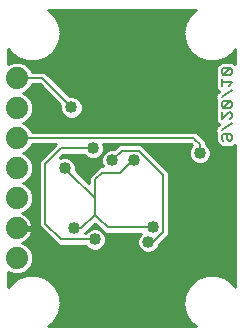
<source format=gbl>
G75*
G70*
%OFA0B0*%
%FSLAX24Y24*%
%IPPOS*%
%LPD*%
%AMOC8*
5,1,8,0,0,1.08239X$1,22.5*
%
%ADD10C,0.0060*%
%ADD11C,0.0740*%
%ADD12C,0.0100*%
%ADD13C,0.0400*%
%ADD14C,0.0080*%
D10*
X017224Y022407D02*
X017167Y022464D01*
X017167Y022577D01*
X017224Y022634D01*
X017450Y022634D01*
X017507Y022577D01*
X017507Y022464D01*
X017450Y022407D01*
X017394Y022407D01*
X017337Y022464D01*
X017337Y022634D01*
X017167Y022775D02*
X017507Y023002D01*
X017450Y023143D02*
X017507Y023200D01*
X017507Y023314D01*
X017450Y023370D01*
X017394Y023370D01*
X017167Y023143D01*
X017167Y023370D01*
X017224Y023512D02*
X017167Y023568D01*
X017167Y023682D01*
X017224Y023739D01*
X017450Y023739D01*
X017224Y023512D01*
X017450Y023512D01*
X017507Y023568D01*
X017507Y023682D01*
X017450Y023739D01*
X017167Y023880D02*
X017507Y024107D01*
X017394Y024248D02*
X017507Y024362D01*
X017167Y024362D01*
X017167Y024475D02*
X017167Y024248D01*
X017224Y024617D02*
X017167Y024673D01*
X017167Y024787D01*
X017224Y024844D01*
X017450Y024844D01*
X017224Y024617D01*
X017450Y024617D01*
X017507Y024673D01*
X017507Y024787D01*
X017450Y024844D01*
D11*
X010337Y024505D03*
X010337Y023505D03*
X010337Y022505D03*
X010337Y021505D03*
X010337Y020505D03*
X010337Y019505D03*
X010337Y018505D03*
D12*
X011568Y016391D02*
X011370Y016225D01*
X016304Y016225D01*
X016106Y016391D01*
X015940Y016679D01*
X015940Y016679D01*
X015882Y017005D01*
X015882Y017005D01*
X015940Y017331D01*
X015940Y017331D01*
X016106Y017619D01*
X016106Y017619D01*
X016360Y017832D01*
X016671Y017945D01*
X016671Y017945D01*
X016750Y017945D01*
X016815Y017945D01*
X016837Y017945D01*
X016924Y017945D01*
X017003Y017945D01*
X017314Y017832D01*
X017314Y017832D01*
X017568Y017619D01*
X017617Y017534D01*
X017617Y022290D01*
X017590Y022264D01*
X017590Y022264D01*
X017533Y022207D01*
X017533Y022207D01*
X017533Y022207D01*
X017451Y022207D01*
X017395Y022207D01*
X017311Y022207D01*
X017311Y022207D01*
X017311Y022207D01*
X017309Y022209D01*
X017306Y022207D01*
X017141Y022207D01*
X017084Y022264D01*
X016967Y022381D01*
X016967Y022576D01*
X016967Y022660D01*
X016967Y022660D01*
X016989Y022682D01*
X016954Y022733D01*
X016987Y022896D01*
X017074Y022954D01*
X016967Y023061D01*
X016967Y023226D01*
X016967Y023453D01*
X016983Y023469D01*
X016967Y023486D01*
X016967Y023651D01*
X016967Y023683D01*
X016967Y023765D01*
X016967Y023765D01*
X016967Y023765D01*
X016989Y023787D01*
X016954Y023838D01*
X016987Y024001D01*
X017074Y024058D01*
X016967Y024166D01*
X016967Y024558D01*
X016983Y024574D01*
X016967Y024591D01*
X016967Y024756D01*
X016967Y024788D01*
X016967Y024870D01*
X016967Y024870D01*
X017024Y024926D01*
X017024Y024926D01*
X017082Y024985D01*
X017141Y025043D01*
X017141Y025043D01*
X017141Y025044D01*
X017223Y025044D01*
X017306Y025044D01*
X017306Y025044D01*
X017368Y025044D01*
X017533Y025044D01*
X017590Y024987D01*
X017590Y024987D01*
X017617Y024960D01*
X017617Y025476D01*
X017568Y025392D01*
X017568Y025391D01*
X017568Y025391D01*
X017314Y025178D01*
X017003Y025065D01*
X017003Y025065D01*
X016837Y025065D01*
X016750Y025065D01*
X016671Y025065D01*
X016360Y025178D01*
X016360Y025178D01*
X016106Y025391D01*
X015940Y025679D01*
X015940Y025679D01*
X015882Y026005D01*
X015882Y026005D01*
X015940Y026331D01*
X015940Y026331D01*
X016106Y026619D01*
X016106Y026619D01*
X016304Y026785D01*
X011370Y026785D01*
X011568Y026619D01*
X011734Y026331D01*
X011734Y026331D01*
X011791Y026005D01*
X011791Y026005D01*
X011734Y025679D01*
X011734Y025679D01*
X011568Y025392D01*
X011568Y025391D01*
X011568Y025391D01*
X011314Y025178D01*
X011003Y025065D01*
X011003Y025065D01*
X010837Y025065D01*
X010750Y025065D01*
X010671Y025065D01*
X010360Y025178D01*
X010360Y025178D01*
X010106Y025391D01*
X010057Y025476D01*
X010057Y024973D01*
X010229Y025045D01*
X010444Y025045D01*
X010643Y024963D01*
X010795Y024811D01*
X010834Y024715D01*
X011100Y024715D01*
X011274Y024715D01*
X012094Y023895D01*
X012230Y023895D01*
X012366Y023839D01*
X012470Y023735D01*
X012527Y023599D01*
X012527Y023451D01*
X012470Y023315D01*
X012366Y023211D01*
X012230Y023155D01*
X012083Y023155D01*
X011947Y023211D01*
X011843Y023315D01*
X011787Y023451D01*
X011787Y023599D01*
X011790Y023605D01*
X011100Y024295D01*
X010834Y024295D01*
X010795Y024199D01*
X010643Y024047D01*
X010541Y024005D01*
X010643Y023963D01*
X010795Y023811D01*
X010877Y023612D01*
X010877Y023398D01*
X010795Y023199D01*
X010643Y023047D01*
X010541Y023005D01*
X010643Y022963D01*
X010795Y022811D01*
X010834Y022715D01*
X016150Y022715D01*
X016324Y022715D01*
X016497Y022542D01*
X016647Y022392D01*
X016647Y022318D01*
X016750Y022215D01*
X016807Y022079D01*
X016807Y021931D01*
X016750Y021795D01*
X016646Y021691D01*
X016510Y021635D01*
X016363Y021635D01*
X016227Y021691D01*
X016123Y021795D01*
X016067Y021931D01*
X016067Y022079D01*
X016123Y022215D01*
X016177Y022268D01*
X016150Y022295D01*
X013223Y022295D01*
X013247Y022239D01*
X013247Y022091D01*
X013190Y021955D01*
X013086Y021851D01*
X012950Y021795D01*
X012803Y021795D01*
X012667Y021851D01*
X012564Y021955D01*
X011884Y021955D01*
X011824Y021895D01*
X011762Y021833D01*
X011863Y021875D01*
X012010Y021875D01*
X012146Y021819D01*
X012250Y021715D01*
X012307Y021579D01*
X012307Y021432D01*
X012727Y021012D01*
X012727Y021192D01*
X012850Y021315D01*
X012870Y021335D01*
X012870Y021335D01*
X012977Y021442D01*
X012977Y021442D01*
X013100Y021565D01*
X013199Y021565D01*
X013147Y021691D01*
X013147Y021839D01*
X013203Y021975D01*
X013307Y022079D01*
X013443Y022135D01*
X013590Y022135D01*
X013750Y022295D01*
X013924Y022295D01*
X014484Y022295D01*
X014607Y022172D01*
X015407Y021372D01*
X015407Y021198D01*
X015407Y019278D01*
X015284Y019155D01*
X015077Y018949D01*
X015030Y018835D01*
X014926Y018731D01*
X014790Y018675D01*
X014643Y018675D01*
X014507Y018731D01*
X014403Y018835D01*
X014347Y018971D01*
X014347Y019119D01*
X014403Y019255D01*
X014464Y019315D01*
X013454Y019315D01*
X013280Y019315D01*
X012937Y019658D01*
X012697Y019418D01*
X012614Y019335D01*
X012624Y019335D01*
X012727Y019439D01*
X012863Y019495D01*
X013010Y019495D01*
X013146Y019439D01*
X013250Y019335D01*
X013307Y019199D01*
X013307Y019051D01*
X013250Y018915D01*
X013146Y018811D01*
X013010Y018755D01*
X012863Y018755D01*
X012727Y018811D01*
X012624Y018915D01*
X011904Y018915D01*
X011730Y018915D01*
X011200Y019445D01*
X011077Y019568D01*
X011077Y021568D01*
X011077Y021742D01*
X011527Y022192D01*
X011630Y022295D01*
X010834Y022295D01*
X010795Y022199D01*
X010643Y022047D01*
X010541Y022005D01*
X010643Y021963D01*
X010795Y021811D01*
X010877Y021612D01*
X010877Y021398D01*
X010795Y021199D01*
X010643Y021047D01*
X010541Y021005D01*
X010643Y020963D01*
X010795Y020811D01*
X010877Y020612D01*
X010877Y020398D01*
X010795Y020199D01*
X010643Y020047D01*
X010515Y019994D01*
X010631Y019946D01*
X010778Y019800D01*
X010857Y019608D01*
X010857Y019555D01*
X010387Y019555D01*
X010387Y019455D01*
X010857Y019455D01*
X010857Y019402D01*
X010778Y019210D01*
X010631Y019064D01*
X010515Y019016D01*
X010643Y018963D01*
X010795Y018811D01*
X010877Y018612D01*
X010877Y018398D01*
X010795Y018199D01*
X010643Y018047D01*
X010444Y017965D01*
X010229Y017965D01*
X010057Y018037D01*
X010057Y017534D01*
X010106Y017619D01*
X010106Y017619D01*
X010360Y017832D01*
X010671Y017945D01*
X010671Y017945D01*
X010750Y017945D01*
X010809Y017945D01*
X010837Y017945D01*
X010924Y017945D01*
X011003Y017945D01*
X011314Y017832D01*
X011314Y017832D01*
X011568Y017619D01*
X011734Y017331D01*
X011734Y017331D01*
X011791Y017005D01*
X011791Y017005D01*
X011734Y016679D01*
X011734Y016679D01*
X011568Y016392D01*
X011568Y016391D01*
X011568Y016391D01*
X011572Y016399D02*
X016101Y016399D01*
X016044Y016498D02*
X011629Y016498D01*
X011686Y016596D02*
X015987Y016596D01*
X015937Y016695D02*
X011737Y016695D01*
X011754Y016793D02*
X015920Y016793D01*
X015902Y016892D02*
X011771Y016892D01*
X011789Y016990D02*
X015885Y016990D01*
X015897Y017089D02*
X011776Y017089D01*
X011759Y017188D02*
X015915Y017188D01*
X015932Y017286D02*
X011742Y017286D01*
X011703Y017385D02*
X015971Y017385D01*
X016028Y017483D02*
X011646Y017483D01*
X011589Y017582D02*
X016084Y017582D01*
X016106Y017619D02*
X016106Y017619D01*
X016179Y017680D02*
X011494Y017680D01*
X011377Y017779D02*
X016297Y017779D01*
X016485Y017877D02*
X011188Y017877D01*
X010768Y018173D02*
X017617Y018173D01*
X017617Y018074D02*
X010670Y018074D01*
X010470Y017976D02*
X017617Y017976D01*
X017617Y017877D02*
X017188Y017877D01*
X017377Y017779D02*
X017617Y017779D01*
X017617Y017680D02*
X017494Y017680D01*
X017589Y017582D02*
X017617Y017582D01*
X017617Y018272D02*
X010825Y018272D01*
X010865Y018370D02*
X017617Y018370D01*
X017617Y018469D02*
X010877Y018469D01*
X010877Y018567D02*
X017617Y018567D01*
X017617Y018666D02*
X010855Y018666D01*
X010814Y018764D02*
X012841Y018764D01*
X013033Y018764D02*
X014474Y018764D01*
X014392Y018863D02*
X013198Y018863D01*
X013269Y018961D02*
X014351Y018961D01*
X014347Y019060D02*
X013307Y019060D01*
X013307Y019158D02*
X014363Y019158D01*
X014406Y019257D02*
X013283Y019257D01*
X013239Y019356D02*
X013230Y019356D01*
X013141Y019454D02*
X013109Y019454D01*
X013042Y019553D02*
X012831Y019553D01*
X012764Y019454D02*
X012733Y019454D01*
X012644Y019356D02*
X012634Y019356D01*
X012930Y019651D02*
X012944Y019651D01*
X012676Y018863D02*
X010743Y018863D01*
X010644Y018961D02*
X011684Y018961D01*
X011585Y019060D02*
X010621Y019060D01*
X010726Y019158D02*
X011486Y019158D01*
X011388Y019257D02*
X010797Y019257D01*
X010838Y019356D02*
X011289Y019356D01*
X011191Y019454D02*
X010857Y019454D01*
X010839Y019651D02*
X011077Y019651D01*
X011077Y019750D02*
X010798Y019750D01*
X010729Y019848D02*
X011077Y019848D01*
X011077Y019947D02*
X010629Y019947D01*
X010638Y020045D02*
X011077Y020045D01*
X011077Y020144D02*
X010739Y020144D01*
X010813Y020242D02*
X011077Y020242D01*
X011077Y020341D02*
X010853Y020341D01*
X010877Y020439D02*
X011077Y020439D01*
X011077Y020538D02*
X010877Y020538D01*
X010867Y020637D02*
X011077Y020637D01*
X011077Y020735D02*
X010826Y020735D01*
X010772Y020834D02*
X011077Y020834D01*
X011077Y020932D02*
X010673Y020932D01*
X010603Y021031D02*
X011077Y021031D01*
X011077Y021129D02*
X010725Y021129D01*
X010806Y021228D02*
X011077Y021228D01*
X011077Y021326D02*
X010847Y021326D01*
X010877Y021425D02*
X011077Y021425D01*
X011077Y021523D02*
X010877Y021523D01*
X010873Y021622D02*
X011077Y021622D01*
X011077Y021721D02*
X010832Y021721D01*
X010786Y021819D02*
X011154Y021819D01*
X011252Y021918D02*
X010688Y021918D01*
X010568Y022016D02*
X011351Y022016D01*
X011450Y022115D02*
X010710Y022115D01*
X010800Y022213D02*
X011548Y022213D01*
X011846Y021918D02*
X012601Y021918D01*
X012745Y021819D02*
X012145Y021819D01*
X012245Y021721D02*
X013147Y021721D01*
X013147Y021819D02*
X013008Y021819D01*
X013153Y021918D02*
X013180Y021918D01*
X013216Y022016D02*
X013245Y022016D01*
X013247Y022115D02*
X013394Y022115D01*
X013247Y022213D02*
X013668Y022213D01*
X013176Y021622D02*
X012289Y021622D01*
X012307Y021523D02*
X013058Y021523D01*
X012960Y021425D02*
X012314Y021425D01*
X012412Y021326D02*
X012861Y021326D01*
X012763Y021228D02*
X012511Y021228D01*
X012610Y021129D02*
X012727Y021129D01*
X012727Y021031D02*
X012708Y021031D01*
X014566Y022213D02*
X016123Y022213D01*
X016082Y022115D02*
X014664Y022115D01*
X014763Y022016D02*
X016067Y022016D01*
X016073Y021918D02*
X014861Y021918D01*
X014960Y021819D02*
X016113Y021819D01*
X016198Y021721D02*
X015058Y021721D01*
X015157Y021622D02*
X017617Y021622D01*
X017617Y021721D02*
X016676Y021721D01*
X016760Y021819D02*
X017617Y021819D01*
X017617Y021918D02*
X016801Y021918D01*
X016807Y022016D02*
X017617Y022016D01*
X017617Y022115D02*
X016792Y022115D01*
X016751Y022213D02*
X017134Y022213D01*
X017036Y022312D02*
X016653Y022312D01*
X016628Y022410D02*
X016967Y022410D01*
X016967Y022509D02*
X016530Y022509D01*
X016431Y022607D02*
X016967Y022607D01*
X016967Y022660D02*
X016967Y022660D01*
X016973Y022706D02*
X016333Y022706D01*
X016969Y022805D02*
X010797Y022805D01*
X010702Y022903D02*
X016998Y022903D01*
X017026Y023002D02*
X010549Y023002D01*
X010696Y023100D02*
X016967Y023100D01*
X016967Y023199D02*
X012336Y023199D01*
X012452Y023297D02*
X016967Y023297D01*
X016967Y023396D02*
X012504Y023396D01*
X012527Y023494D02*
X016967Y023494D01*
X016967Y023593D02*
X012527Y023593D01*
X012488Y023691D02*
X016967Y023691D01*
X016987Y023790D02*
X012415Y023790D01*
X012246Y023889D02*
X016965Y023889D01*
X016984Y023987D02*
X012002Y023987D01*
X011903Y024086D02*
X017047Y024086D01*
X016967Y024184D02*
X011805Y024184D01*
X011706Y024283D02*
X016967Y024283D01*
X016967Y024381D02*
X011608Y024381D01*
X011509Y024480D02*
X016967Y024480D01*
X016979Y024578D02*
X011411Y024578D01*
X011312Y024677D02*
X016967Y024677D01*
X016967Y024775D02*
X010809Y024775D01*
X010732Y024874D02*
X016971Y024874D01*
X016967Y024870D02*
X016967Y024870D01*
X017070Y024972D02*
X010619Y024972D01*
X010655Y025071D02*
X010057Y025071D01*
X010057Y025170D02*
X010384Y025170D01*
X010253Y025268D02*
X010057Y025268D01*
X010057Y025367D02*
X010135Y025367D01*
X010063Y025465D02*
X010057Y025465D01*
X011019Y025071D02*
X016655Y025071D01*
X016384Y025170D02*
X011290Y025170D01*
X011421Y025268D02*
X016253Y025268D01*
X016135Y025367D02*
X011538Y025367D01*
X011611Y025465D02*
X016063Y025465D01*
X016006Y025564D02*
X011667Y025564D01*
X011724Y025662D02*
X015949Y025662D01*
X015925Y025761D02*
X011748Y025761D01*
X011766Y025859D02*
X015908Y025859D01*
X015891Y025958D02*
X011783Y025958D01*
X011782Y026056D02*
X015891Y026056D01*
X015909Y026155D02*
X011765Y026155D01*
X011747Y026254D02*
X015926Y026254D01*
X015952Y026352D02*
X011722Y026352D01*
X011665Y026451D02*
X016009Y026451D01*
X016066Y026549D02*
X011608Y026549D01*
X011533Y026648D02*
X016141Y026648D01*
X016106Y026619D02*
X016106Y026619D01*
X016258Y026746D02*
X011416Y026746D01*
X011112Y024283D02*
X010829Y024283D01*
X010780Y024184D02*
X011211Y024184D01*
X011309Y024086D02*
X010681Y024086D01*
X010584Y023987D02*
X011408Y023987D01*
X011506Y023889D02*
X010717Y023889D01*
X010803Y023790D02*
X011605Y023790D01*
X011703Y023691D02*
X010844Y023691D01*
X010877Y023593D02*
X011787Y023593D01*
X011787Y023494D02*
X010877Y023494D01*
X010876Y023396D02*
X011810Y023396D01*
X011861Y023297D02*
X010835Y023297D01*
X010794Y023199D02*
X011978Y023199D01*
X015255Y021523D02*
X017617Y021523D01*
X017617Y021425D02*
X015354Y021425D01*
X015407Y021326D02*
X017617Y021326D01*
X017617Y021228D02*
X015407Y021228D01*
X015407Y021129D02*
X017617Y021129D01*
X017617Y021031D02*
X015407Y021031D01*
X015407Y020932D02*
X017617Y020932D01*
X017617Y020834D02*
X015407Y020834D01*
X015407Y020735D02*
X017617Y020735D01*
X017617Y020637D02*
X015407Y020637D01*
X015407Y020538D02*
X017617Y020538D01*
X017617Y020439D02*
X015407Y020439D01*
X015407Y020341D02*
X017617Y020341D01*
X017617Y020242D02*
X015407Y020242D01*
X015407Y020144D02*
X017617Y020144D01*
X017617Y020045D02*
X015407Y020045D01*
X015407Y019947D02*
X017617Y019947D01*
X017617Y019848D02*
X015407Y019848D01*
X015407Y019750D02*
X017617Y019750D01*
X017617Y019651D02*
X015407Y019651D01*
X015407Y019553D02*
X017617Y019553D01*
X017617Y019454D02*
X015407Y019454D01*
X015407Y019356D02*
X017617Y019356D01*
X017617Y019257D02*
X015386Y019257D01*
X015287Y019158D02*
X017617Y019158D01*
X017617Y019060D02*
X015189Y019060D01*
X015090Y018961D02*
X017617Y018961D01*
X017617Y018863D02*
X015042Y018863D01*
X014959Y018764D02*
X017617Y018764D01*
X016214Y016301D02*
X011460Y016301D01*
X010084Y017582D02*
X010057Y017582D01*
X010106Y017619D02*
X010106Y017619D01*
X010057Y017680D02*
X010179Y017680D01*
X010297Y017779D02*
X010057Y017779D01*
X010057Y017877D02*
X010485Y017877D01*
X010203Y017976D02*
X010057Y017976D01*
X010387Y019553D02*
X011092Y019553D01*
X017540Y022213D02*
X017617Y022213D01*
X017604Y024972D02*
X017617Y024972D01*
X017617Y025071D02*
X017019Y025071D01*
X017290Y025170D02*
X017617Y025170D01*
X017617Y025268D02*
X017421Y025268D01*
X017538Y025367D02*
X017617Y025367D01*
X017610Y025465D02*
X017617Y025465D01*
D13*
X015437Y024355D03*
X012157Y023525D03*
X011487Y023005D03*
X012877Y022165D03*
X012837Y021555D03*
X013517Y021765D03*
X014237Y021765D03*
X016437Y022005D03*
X016987Y020505D03*
X014877Y019525D03*
X014717Y019045D03*
X012937Y019125D03*
X012237Y019505D03*
X011387Y018705D03*
X012937Y016505D03*
X011937Y021505D03*
D14*
X012087Y021355D01*
X012937Y020505D01*
X012937Y021105D01*
X012957Y021125D01*
X013187Y021355D01*
X013787Y021355D01*
X014187Y021755D01*
X014197Y021765D01*
X014237Y021765D01*
X014397Y022085D02*
X013837Y022085D01*
X013517Y021765D01*
X012877Y022165D02*
X011797Y022165D01*
X011737Y022105D01*
X011287Y021655D01*
X011287Y019655D01*
X011817Y019125D01*
X012987Y019125D01*
X012937Y019125D01*
X013367Y019525D02*
X013037Y019855D01*
X012987Y019905D01*
X012937Y019955D01*
X012487Y019505D01*
X012237Y019505D01*
X012937Y019955D02*
X012937Y020505D01*
X013367Y019525D02*
X014877Y019525D01*
X015197Y019365D02*
X015197Y021285D01*
X014397Y022085D01*
X016237Y022505D02*
X016287Y022455D01*
X016437Y022305D01*
X016437Y022005D01*
X016237Y022505D02*
X010337Y022505D01*
X012137Y023555D02*
X011187Y024505D01*
X010337Y024505D01*
X012137Y023555D02*
X012157Y023535D01*
X012157Y023525D01*
X015197Y019365D02*
X014877Y019045D01*
X014717Y019045D01*
M02*

</source>
